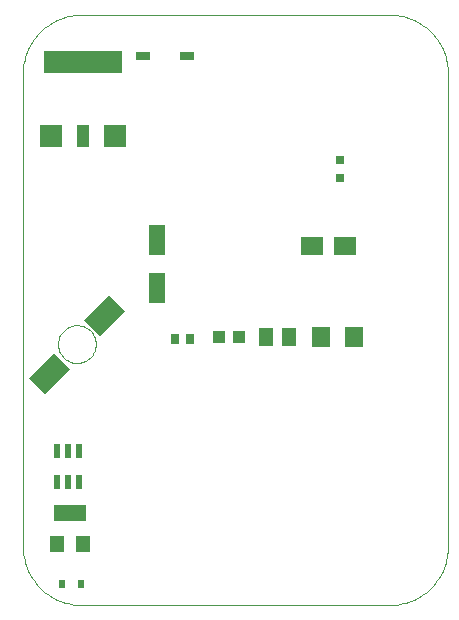
<source format=gtp>
G75*
G70*
%OFA0B0*%
%FSLAX24Y24*%
%IPPOS*%
%LPD*%
%AMOC8*
5,1,8,0,0,1.08239X$1,22.5*
%
%ADD10C,0.0004*%
%ADD11R,0.0315X0.0315*%
%ADD12R,0.0276X0.0354*%
%ADD13R,0.0433X0.0394*%
%ADD14R,0.0512X0.0591*%
%ADD15R,0.0630X0.0709*%
%ADD16R,0.0768X0.0591*%
%ADD17R,0.0217X0.0472*%
%ADD18R,0.1102X0.0551*%
%ADD19R,0.0472X0.0551*%
%ADD20R,0.0748X0.0748*%
%ADD21R,0.0433X0.0748*%
%ADD22R,0.2638X0.0748*%
%ADD23R,0.0472X0.0276*%
%ADD24R,0.0236X0.0315*%
%ADD25R,0.0551X0.1024*%
%ADD26C,0.0000*%
%ADD27R,0.1200X0.0760*%
D10*
X000302Y002170D02*
X000302Y005713D01*
X000302Y017918D01*
X000304Y018012D01*
X000311Y018105D01*
X000322Y018198D01*
X000338Y018291D01*
X000358Y018382D01*
X000382Y018473D01*
X000410Y018562D01*
X000443Y018650D01*
X000480Y018736D01*
X000521Y018820D01*
X000566Y018903D01*
X000615Y018983D01*
X000667Y019060D01*
X000723Y019135D01*
X000783Y019207D01*
X000846Y019277D01*
X000912Y019343D01*
X000982Y019406D01*
X001054Y019466D01*
X001129Y019522D01*
X001206Y019574D01*
X001286Y019623D01*
X001369Y019668D01*
X001453Y019709D01*
X001539Y019746D01*
X001627Y019779D01*
X001716Y019807D01*
X001807Y019831D01*
X001898Y019851D01*
X001991Y019867D01*
X002084Y019878D01*
X002177Y019885D01*
X002271Y019887D01*
X007389Y019887D01*
X012507Y019887D01*
X012601Y019885D01*
X012694Y019878D01*
X012787Y019867D01*
X012880Y019851D01*
X012971Y019831D01*
X013062Y019807D01*
X013151Y019779D01*
X013239Y019746D01*
X013325Y019709D01*
X013409Y019668D01*
X013491Y019623D01*
X013572Y019574D01*
X013649Y019522D01*
X013724Y019466D01*
X013796Y019406D01*
X013866Y019343D01*
X013932Y019277D01*
X013995Y019207D01*
X014055Y019135D01*
X014111Y019060D01*
X014163Y018983D01*
X014212Y018902D01*
X014257Y018820D01*
X014298Y018736D01*
X014335Y018650D01*
X014368Y018562D01*
X014396Y018473D01*
X014420Y018382D01*
X014440Y018291D01*
X014456Y018198D01*
X014467Y018105D01*
X014474Y018012D01*
X014476Y017918D01*
X014476Y005713D01*
X014476Y002170D01*
X014474Y002076D01*
X014467Y001983D01*
X014456Y001890D01*
X014440Y001797D01*
X014420Y001706D01*
X014396Y001615D01*
X014368Y001526D01*
X014335Y001438D01*
X014298Y001352D01*
X014257Y001268D01*
X014212Y001186D01*
X014163Y001105D01*
X014111Y001028D01*
X014055Y000953D01*
X013995Y000881D01*
X013932Y000811D01*
X013866Y000745D01*
X013796Y000682D01*
X013724Y000622D01*
X013649Y000566D01*
X013572Y000514D01*
X013492Y000465D01*
X013409Y000420D01*
X013325Y000379D01*
X013239Y000342D01*
X013151Y000309D01*
X013062Y000281D01*
X012971Y000257D01*
X012880Y000237D01*
X012787Y000221D01*
X012694Y000210D01*
X012601Y000203D01*
X012507Y000201D01*
X012507Y000202D02*
X007389Y000202D01*
X002271Y000202D01*
X002271Y000201D02*
X002177Y000203D01*
X002084Y000210D01*
X001991Y000221D01*
X001898Y000237D01*
X001807Y000257D01*
X001716Y000281D01*
X001627Y000309D01*
X001539Y000342D01*
X001453Y000379D01*
X001369Y000420D01*
X001286Y000465D01*
X001206Y000514D01*
X001129Y000566D01*
X001054Y000622D01*
X000982Y000682D01*
X000912Y000745D01*
X000846Y000811D01*
X000783Y000881D01*
X000723Y000953D01*
X000667Y001028D01*
X000615Y001105D01*
X000566Y001186D01*
X000521Y001268D01*
X000480Y001352D01*
X000443Y001438D01*
X000410Y001526D01*
X000382Y001615D01*
X000358Y001706D01*
X000338Y001797D01*
X000322Y001890D01*
X000311Y001983D01*
X000304Y002076D01*
X000302Y002170D01*
D11*
X010864Y014439D03*
X010864Y015029D03*
D12*
X005884Y009081D03*
X005372Y009081D03*
D13*
X006835Y009132D03*
X007505Y009132D03*
D14*
X008420Y009140D03*
X009168Y009140D03*
D15*
X010230Y009147D03*
X011332Y009147D03*
D16*
X011031Y012178D03*
X009948Y012178D03*
D17*
X002178Y005330D03*
X001804Y005330D03*
X001430Y005330D03*
X001430Y004306D03*
X001804Y004306D03*
X002178Y004306D03*
D18*
X001886Y003264D03*
D19*
X001453Y002241D03*
X002320Y002241D03*
D20*
X003368Y015856D03*
X001242Y015856D03*
D21*
X002305Y015856D03*
D22*
X002305Y018297D03*
D23*
X004310Y018519D03*
X005766Y018519D03*
D24*
X001602Y000921D03*
X002232Y000921D03*
D25*
X004763Y010775D03*
X004763Y012389D03*
D26*
X001472Y008902D02*
X001474Y008952D01*
X001480Y009002D01*
X001490Y009051D01*
X001504Y009099D01*
X001521Y009146D01*
X001542Y009191D01*
X001567Y009235D01*
X001595Y009276D01*
X001627Y009315D01*
X001661Y009352D01*
X001698Y009386D01*
X001738Y009416D01*
X001780Y009443D01*
X001824Y009467D01*
X001870Y009488D01*
X001917Y009504D01*
X001965Y009517D01*
X002015Y009526D01*
X002064Y009531D01*
X002115Y009532D01*
X002165Y009529D01*
X002214Y009522D01*
X002263Y009511D01*
X002311Y009496D01*
X002357Y009478D01*
X002402Y009456D01*
X002445Y009430D01*
X002486Y009401D01*
X002525Y009369D01*
X002561Y009334D01*
X002593Y009296D01*
X002623Y009256D01*
X002650Y009213D01*
X002673Y009169D01*
X002692Y009123D01*
X002708Y009075D01*
X002720Y009026D01*
X002728Y008977D01*
X002732Y008927D01*
X002732Y008877D01*
X002728Y008827D01*
X002720Y008778D01*
X002708Y008729D01*
X002692Y008681D01*
X002673Y008635D01*
X002650Y008591D01*
X002623Y008548D01*
X002593Y008508D01*
X002561Y008470D01*
X002525Y008435D01*
X002486Y008403D01*
X002445Y008374D01*
X002402Y008348D01*
X002357Y008326D01*
X002311Y008308D01*
X002263Y008293D01*
X002214Y008282D01*
X002165Y008275D01*
X002115Y008272D01*
X002064Y008273D01*
X002015Y008278D01*
X001965Y008287D01*
X001917Y008300D01*
X001870Y008316D01*
X001824Y008337D01*
X001780Y008361D01*
X001738Y008388D01*
X001698Y008418D01*
X001661Y008452D01*
X001627Y008489D01*
X001595Y008528D01*
X001567Y008569D01*
X001542Y008613D01*
X001521Y008658D01*
X001504Y008705D01*
X001490Y008753D01*
X001480Y008802D01*
X001474Y008852D01*
X001472Y008902D01*
D27*
G36*
X001888Y008080D02*
X001041Y007233D01*
X000504Y007770D01*
X001351Y008617D01*
X001888Y008080D01*
G37*
G36*
X003721Y010013D02*
X002874Y009166D01*
X002337Y009703D01*
X003184Y010550D01*
X003721Y010013D01*
G37*
M02*

</source>
